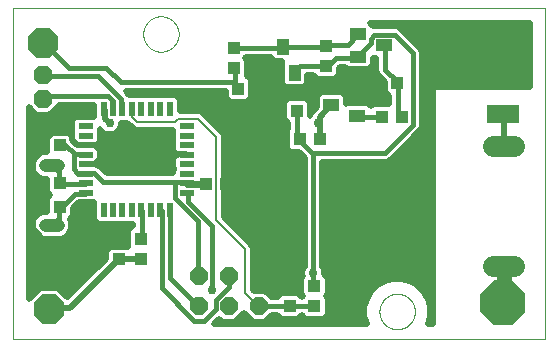
<source format=gtl>
G75*
%MOIN*%
%OFA0B0*%
%FSLAX25Y25*%
%IPPOS*%
%LPD*%
%AMOC8*
5,1,8,0,0,1.08239X$1,22.5*
%
%ADD10C,0.00000*%
%ADD11R,0.03937X0.04331*%
%ADD12R,0.04331X0.03937*%
%ADD13R,0.03937X0.05512*%
%ADD14R,0.05512X0.03937*%
%ADD15R,0.05000X0.02200*%
%ADD16R,0.02200X0.05000*%
%ADD17OC8,0.06000*%
%ADD18C,0.04400*%
%ADD19OC8,0.15000*%
%ADD20OC8,0.10000*%
%ADD21C,0.07000*%
%ADD22R,0.10630X0.06299*%
%ADD23OC8,0.06300*%
%ADD24C,0.01969*%
%ADD25C,0.02978*%
%ADD26C,0.02000*%
%ADD27C,0.01575*%
%ADD28C,0.02400*%
%ADD29C,0.00800*%
%ADD30C,0.05000*%
D10*
X0001000Y0001000D02*
X0001000Y0111236D01*
X0178165Y0111236D01*
X0178165Y0001000D01*
X0001000Y0001000D01*
X0123047Y0010055D02*
X0123049Y0010208D01*
X0123055Y0010362D01*
X0123065Y0010515D01*
X0123079Y0010667D01*
X0123097Y0010820D01*
X0123119Y0010971D01*
X0123144Y0011122D01*
X0123174Y0011273D01*
X0123208Y0011423D01*
X0123245Y0011571D01*
X0123286Y0011719D01*
X0123331Y0011865D01*
X0123380Y0012011D01*
X0123433Y0012155D01*
X0123489Y0012297D01*
X0123549Y0012438D01*
X0123613Y0012578D01*
X0123680Y0012716D01*
X0123751Y0012852D01*
X0123826Y0012986D01*
X0123903Y0013118D01*
X0123985Y0013248D01*
X0124069Y0013376D01*
X0124157Y0013502D01*
X0124248Y0013625D01*
X0124342Y0013746D01*
X0124440Y0013864D01*
X0124540Y0013980D01*
X0124644Y0014093D01*
X0124750Y0014204D01*
X0124859Y0014312D01*
X0124971Y0014417D01*
X0125085Y0014518D01*
X0125203Y0014617D01*
X0125322Y0014713D01*
X0125444Y0014806D01*
X0125569Y0014895D01*
X0125696Y0014982D01*
X0125825Y0015064D01*
X0125956Y0015144D01*
X0126089Y0015220D01*
X0126224Y0015293D01*
X0126361Y0015362D01*
X0126500Y0015427D01*
X0126640Y0015489D01*
X0126782Y0015547D01*
X0126925Y0015602D01*
X0127070Y0015653D01*
X0127216Y0015700D01*
X0127363Y0015743D01*
X0127511Y0015782D01*
X0127660Y0015818D01*
X0127810Y0015849D01*
X0127961Y0015877D01*
X0128112Y0015901D01*
X0128265Y0015921D01*
X0128417Y0015937D01*
X0128570Y0015949D01*
X0128723Y0015957D01*
X0128876Y0015961D01*
X0129030Y0015961D01*
X0129183Y0015957D01*
X0129336Y0015949D01*
X0129489Y0015937D01*
X0129641Y0015921D01*
X0129794Y0015901D01*
X0129945Y0015877D01*
X0130096Y0015849D01*
X0130246Y0015818D01*
X0130395Y0015782D01*
X0130543Y0015743D01*
X0130690Y0015700D01*
X0130836Y0015653D01*
X0130981Y0015602D01*
X0131124Y0015547D01*
X0131266Y0015489D01*
X0131406Y0015427D01*
X0131545Y0015362D01*
X0131682Y0015293D01*
X0131817Y0015220D01*
X0131950Y0015144D01*
X0132081Y0015064D01*
X0132210Y0014982D01*
X0132337Y0014895D01*
X0132462Y0014806D01*
X0132584Y0014713D01*
X0132703Y0014617D01*
X0132821Y0014518D01*
X0132935Y0014417D01*
X0133047Y0014312D01*
X0133156Y0014204D01*
X0133262Y0014093D01*
X0133366Y0013980D01*
X0133466Y0013864D01*
X0133564Y0013746D01*
X0133658Y0013625D01*
X0133749Y0013502D01*
X0133837Y0013376D01*
X0133921Y0013248D01*
X0134003Y0013118D01*
X0134080Y0012986D01*
X0134155Y0012852D01*
X0134226Y0012716D01*
X0134293Y0012578D01*
X0134357Y0012438D01*
X0134417Y0012297D01*
X0134473Y0012155D01*
X0134526Y0012011D01*
X0134575Y0011865D01*
X0134620Y0011719D01*
X0134661Y0011571D01*
X0134698Y0011423D01*
X0134732Y0011273D01*
X0134762Y0011122D01*
X0134787Y0010971D01*
X0134809Y0010820D01*
X0134827Y0010667D01*
X0134841Y0010515D01*
X0134851Y0010362D01*
X0134857Y0010208D01*
X0134859Y0010055D01*
X0134857Y0009902D01*
X0134851Y0009748D01*
X0134841Y0009595D01*
X0134827Y0009443D01*
X0134809Y0009290D01*
X0134787Y0009139D01*
X0134762Y0008988D01*
X0134732Y0008837D01*
X0134698Y0008687D01*
X0134661Y0008539D01*
X0134620Y0008391D01*
X0134575Y0008245D01*
X0134526Y0008099D01*
X0134473Y0007955D01*
X0134417Y0007813D01*
X0134357Y0007672D01*
X0134293Y0007532D01*
X0134226Y0007394D01*
X0134155Y0007258D01*
X0134080Y0007124D01*
X0134003Y0006992D01*
X0133921Y0006862D01*
X0133837Y0006734D01*
X0133749Y0006608D01*
X0133658Y0006485D01*
X0133564Y0006364D01*
X0133466Y0006246D01*
X0133366Y0006130D01*
X0133262Y0006017D01*
X0133156Y0005906D01*
X0133047Y0005798D01*
X0132935Y0005693D01*
X0132821Y0005592D01*
X0132703Y0005493D01*
X0132584Y0005397D01*
X0132462Y0005304D01*
X0132337Y0005215D01*
X0132210Y0005128D01*
X0132081Y0005046D01*
X0131950Y0004966D01*
X0131817Y0004890D01*
X0131682Y0004817D01*
X0131545Y0004748D01*
X0131406Y0004683D01*
X0131266Y0004621D01*
X0131124Y0004563D01*
X0130981Y0004508D01*
X0130836Y0004457D01*
X0130690Y0004410D01*
X0130543Y0004367D01*
X0130395Y0004328D01*
X0130246Y0004292D01*
X0130096Y0004261D01*
X0129945Y0004233D01*
X0129794Y0004209D01*
X0129641Y0004189D01*
X0129489Y0004173D01*
X0129336Y0004161D01*
X0129183Y0004153D01*
X0129030Y0004149D01*
X0128876Y0004149D01*
X0128723Y0004153D01*
X0128570Y0004161D01*
X0128417Y0004173D01*
X0128265Y0004189D01*
X0128112Y0004209D01*
X0127961Y0004233D01*
X0127810Y0004261D01*
X0127660Y0004292D01*
X0127511Y0004328D01*
X0127363Y0004367D01*
X0127216Y0004410D01*
X0127070Y0004457D01*
X0126925Y0004508D01*
X0126782Y0004563D01*
X0126640Y0004621D01*
X0126500Y0004683D01*
X0126361Y0004748D01*
X0126224Y0004817D01*
X0126089Y0004890D01*
X0125956Y0004966D01*
X0125825Y0005046D01*
X0125696Y0005128D01*
X0125569Y0005215D01*
X0125444Y0005304D01*
X0125322Y0005397D01*
X0125203Y0005493D01*
X0125085Y0005592D01*
X0124971Y0005693D01*
X0124859Y0005798D01*
X0124750Y0005906D01*
X0124644Y0006017D01*
X0124540Y0006130D01*
X0124440Y0006246D01*
X0124342Y0006364D01*
X0124248Y0006485D01*
X0124157Y0006608D01*
X0124069Y0006734D01*
X0123985Y0006862D01*
X0123903Y0006992D01*
X0123826Y0007124D01*
X0123751Y0007258D01*
X0123680Y0007394D01*
X0123613Y0007532D01*
X0123549Y0007672D01*
X0123489Y0007813D01*
X0123433Y0007955D01*
X0123380Y0008099D01*
X0123331Y0008245D01*
X0123286Y0008391D01*
X0123245Y0008539D01*
X0123208Y0008687D01*
X0123174Y0008837D01*
X0123144Y0008988D01*
X0123119Y0009139D01*
X0123097Y0009290D01*
X0123079Y0009443D01*
X0123065Y0009595D01*
X0123055Y0009748D01*
X0123049Y0009902D01*
X0123047Y0010055D01*
X0044307Y0102575D02*
X0044309Y0102728D01*
X0044315Y0102882D01*
X0044325Y0103035D01*
X0044339Y0103187D01*
X0044357Y0103340D01*
X0044379Y0103491D01*
X0044404Y0103642D01*
X0044434Y0103793D01*
X0044468Y0103943D01*
X0044505Y0104091D01*
X0044546Y0104239D01*
X0044591Y0104385D01*
X0044640Y0104531D01*
X0044693Y0104675D01*
X0044749Y0104817D01*
X0044809Y0104958D01*
X0044873Y0105098D01*
X0044940Y0105236D01*
X0045011Y0105372D01*
X0045086Y0105506D01*
X0045163Y0105638D01*
X0045245Y0105768D01*
X0045329Y0105896D01*
X0045417Y0106022D01*
X0045508Y0106145D01*
X0045602Y0106266D01*
X0045700Y0106384D01*
X0045800Y0106500D01*
X0045904Y0106613D01*
X0046010Y0106724D01*
X0046119Y0106832D01*
X0046231Y0106937D01*
X0046345Y0107038D01*
X0046463Y0107137D01*
X0046582Y0107233D01*
X0046704Y0107326D01*
X0046829Y0107415D01*
X0046956Y0107502D01*
X0047085Y0107584D01*
X0047216Y0107664D01*
X0047349Y0107740D01*
X0047484Y0107813D01*
X0047621Y0107882D01*
X0047760Y0107947D01*
X0047900Y0108009D01*
X0048042Y0108067D01*
X0048185Y0108122D01*
X0048330Y0108173D01*
X0048476Y0108220D01*
X0048623Y0108263D01*
X0048771Y0108302D01*
X0048920Y0108338D01*
X0049070Y0108369D01*
X0049221Y0108397D01*
X0049372Y0108421D01*
X0049525Y0108441D01*
X0049677Y0108457D01*
X0049830Y0108469D01*
X0049983Y0108477D01*
X0050136Y0108481D01*
X0050290Y0108481D01*
X0050443Y0108477D01*
X0050596Y0108469D01*
X0050749Y0108457D01*
X0050901Y0108441D01*
X0051054Y0108421D01*
X0051205Y0108397D01*
X0051356Y0108369D01*
X0051506Y0108338D01*
X0051655Y0108302D01*
X0051803Y0108263D01*
X0051950Y0108220D01*
X0052096Y0108173D01*
X0052241Y0108122D01*
X0052384Y0108067D01*
X0052526Y0108009D01*
X0052666Y0107947D01*
X0052805Y0107882D01*
X0052942Y0107813D01*
X0053077Y0107740D01*
X0053210Y0107664D01*
X0053341Y0107584D01*
X0053470Y0107502D01*
X0053597Y0107415D01*
X0053722Y0107326D01*
X0053844Y0107233D01*
X0053963Y0107137D01*
X0054081Y0107038D01*
X0054195Y0106937D01*
X0054307Y0106832D01*
X0054416Y0106724D01*
X0054522Y0106613D01*
X0054626Y0106500D01*
X0054726Y0106384D01*
X0054824Y0106266D01*
X0054918Y0106145D01*
X0055009Y0106022D01*
X0055097Y0105896D01*
X0055181Y0105768D01*
X0055263Y0105638D01*
X0055340Y0105506D01*
X0055415Y0105372D01*
X0055486Y0105236D01*
X0055553Y0105098D01*
X0055617Y0104958D01*
X0055677Y0104817D01*
X0055733Y0104675D01*
X0055786Y0104531D01*
X0055835Y0104385D01*
X0055880Y0104239D01*
X0055921Y0104091D01*
X0055958Y0103943D01*
X0055992Y0103793D01*
X0056022Y0103642D01*
X0056047Y0103491D01*
X0056069Y0103340D01*
X0056087Y0103187D01*
X0056101Y0103035D01*
X0056111Y0102882D01*
X0056117Y0102728D01*
X0056119Y0102575D01*
X0056117Y0102422D01*
X0056111Y0102268D01*
X0056101Y0102115D01*
X0056087Y0101963D01*
X0056069Y0101810D01*
X0056047Y0101659D01*
X0056022Y0101508D01*
X0055992Y0101357D01*
X0055958Y0101207D01*
X0055921Y0101059D01*
X0055880Y0100911D01*
X0055835Y0100765D01*
X0055786Y0100619D01*
X0055733Y0100475D01*
X0055677Y0100333D01*
X0055617Y0100192D01*
X0055553Y0100052D01*
X0055486Y0099914D01*
X0055415Y0099778D01*
X0055340Y0099644D01*
X0055263Y0099512D01*
X0055181Y0099382D01*
X0055097Y0099254D01*
X0055009Y0099128D01*
X0054918Y0099005D01*
X0054824Y0098884D01*
X0054726Y0098766D01*
X0054626Y0098650D01*
X0054522Y0098537D01*
X0054416Y0098426D01*
X0054307Y0098318D01*
X0054195Y0098213D01*
X0054081Y0098112D01*
X0053963Y0098013D01*
X0053844Y0097917D01*
X0053722Y0097824D01*
X0053597Y0097735D01*
X0053470Y0097648D01*
X0053341Y0097566D01*
X0053210Y0097486D01*
X0053077Y0097410D01*
X0052942Y0097337D01*
X0052805Y0097268D01*
X0052666Y0097203D01*
X0052526Y0097141D01*
X0052384Y0097083D01*
X0052241Y0097028D01*
X0052096Y0096977D01*
X0051950Y0096930D01*
X0051803Y0096887D01*
X0051655Y0096848D01*
X0051506Y0096812D01*
X0051356Y0096781D01*
X0051205Y0096753D01*
X0051054Y0096729D01*
X0050901Y0096709D01*
X0050749Y0096693D01*
X0050596Y0096681D01*
X0050443Y0096673D01*
X0050290Y0096669D01*
X0050136Y0096669D01*
X0049983Y0096673D01*
X0049830Y0096681D01*
X0049677Y0096693D01*
X0049525Y0096709D01*
X0049372Y0096729D01*
X0049221Y0096753D01*
X0049070Y0096781D01*
X0048920Y0096812D01*
X0048771Y0096848D01*
X0048623Y0096887D01*
X0048476Y0096930D01*
X0048330Y0096977D01*
X0048185Y0097028D01*
X0048042Y0097083D01*
X0047900Y0097141D01*
X0047760Y0097203D01*
X0047621Y0097268D01*
X0047484Y0097337D01*
X0047349Y0097410D01*
X0047216Y0097486D01*
X0047085Y0097566D01*
X0046956Y0097648D01*
X0046829Y0097735D01*
X0046704Y0097824D01*
X0046582Y0097917D01*
X0046463Y0098013D01*
X0046345Y0098112D01*
X0046231Y0098213D01*
X0046119Y0098318D01*
X0046010Y0098426D01*
X0045904Y0098537D01*
X0045800Y0098650D01*
X0045700Y0098766D01*
X0045602Y0098884D01*
X0045508Y0099005D01*
X0045417Y0099128D01*
X0045329Y0099254D01*
X0045245Y0099382D01*
X0045163Y0099512D01*
X0045086Y0099644D01*
X0045011Y0099778D01*
X0044940Y0099914D01*
X0044873Y0100052D01*
X0044809Y0100192D01*
X0044749Y0100333D01*
X0044693Y0100475D01*
X0044640Y0100619D01*
X0044591Y0100765D01*
X0044546Y0100911D01*
X0044505Y0101059D01*
X0044468Y0101207D01*
X0044434Y0101357D01*
X0044404Y0101508D01*
X0044379Y0101659D01*
X0044357Y0101810D01*
X0044339Y0101963D01*
X0044325Y0102115D01*
X0044315Y0102268D01*
X0044309Y0102422D01*
X0044307Y0102575D01*
D11*
X0076000Y0084346D03*
X0076000Y0077654D03*
X0096472Y0067457D03*
X0103165Y0067457D03*
X0123835Y0074819D03*
X0130528Y0074819D03*
X0128953Y0086394D03*
X0122260Y0086394D03*
X0093126Y0018520D03*
X0093126Y0011827D03*
D12*
X0101394Y0011827D03*
X0101394Y0018520D03*
X0071945Y0052732D03*
X0065252Y0052732D03*
X0043520Y0034268D03*
X0043520Y0027575D03*
X0036236Y0027496D03*
X0029543Y0027496D03*
X0016591Y0044858D03*
X0009898Y0044858D03*
X0009858Y0052811D03*
X0016551Y0052811D03*
X0016669Y0065724D03*
X0009976Y0065724D03*
X0074425Y0091079D03*
X0074425Y0097772D03*
X0105213Y0098559D03*
X0105213Y0091866D03*
X0095528Y0077063D03*
X0088835Y0077063D03*
D13*
X0087260Y0089701D03*
X0094740Y0089701D03*
X0091000Y0098362D03*
D14*
X0115882Y0095016D03*
X0124543Y0098756D03*
X0115882Y0102496D03*
X0115724Y0082772D03*
X0107063Y0079031D03*
X0115724Y0075291D03*
D15*
X0059002Y0071748D03*
X0059002Y0068598D03*
X0059002Y0065449D03*
X0059002Y0062299D03*
X0059002Y0059150D03*
X0059002Y0056000D03*
X0059002Y0052850D03*
X0059002Y0049701D03*
X0025202Y0049701D03*
X0025202Y0052850D03*
X0025202Y0056000D03*
X0025202Y0059150D03*
X0025202Y0062299D03*
X0025202Y0065449D03*
X0025202Y0068598D03*
X0025202Y0071748D03*
D16*
X0031079Y0077624D03*
X0034228Y0077624D03*
X0037378Y0077624D03*
X0040528Y0077624D03*
X0043677Y0077624D03*
X0046827Y0077624D03*
X0049976Y0077624D03*
X0053126Y0077624D03*
X0053126Y0043824D03*
X0049976Y0043824D03*
X0046827Y0043824D03*
X0043677Y0043824D03*
X0040528Y0043824D03*
X0037378Y0043824D03*
X0034228Y0043824D03*
X0031079Y0043824D03*
D17*
X0062890Y0021748D03*
X0072890Y0021748D03*
X0082890Y0021748D03*
X0082890Y0011748D03*
X0072890Y0011748D03*
X0062890Y0011748D03*
D18*
X0015995Y0038756D02*
X0011595Y0038756D01*
X0011595Y0058756D02*
X0015995Y0058756D01*
D19*
X0164386Y0099425D03*
X0164386Y0012811D03*
D20*
X0012811Y0010843D03*
X0010843Y0099425D03*
D21*
X0160886Y0065094D02*
X0167886Y0065094D01*
X0167886Y0025094D02*
X0160886Y0025094D01*
D22*
X0164386Y0075803D03*
X0164386Y0086827D03*
D23*
X0010843Y0088795D03*
X0010843Y0080921D03*
D24*
X0014049Y0069506D02*
X0010787Y0066244D01*
X0009976Y0065724D01*
X0009699Y0065700D01*
X0009699Y0062438D01*
X0007524Y0060263D01*
X0007524Y0055914D01*
X0009699Y0053739D01*
X0009858Y0052811D01*
X0010243Y0052652D01*
X0010243Y0045040D01*
X0009898Y0044858D01*
X0009699Y0043952D01*
X0007524Y0041778D01*
X0007524Y0037428D01*
X0017311Y0027641D01*
X0029272Y0027641D01*
X0029543Y0027496D01*
X0035797Y0027098D02*
X0036236Y0027496D01*
X0036341Y0027641D01*
X0043409Y0027641D01*
X0043520Y0027575D01*
X0035797Y0027098D02*
X0020030Y0011330D01*
X0012961Y0011330D01*
X0012811Y0010843D01*
X0071945Y0052732D02*
X0072056Y0059870D01*
X0082555Y0045040D01*
X0082555Y0022204D01*
X0082890Y0021748D01*
X0083099Y0021661D01*
X0085817Y0018942D01*
X0092885Y0018942D01*
X0093126Y0018520D01*
X0071945Y0052732D02*
X0072843Y0060563D01*
X0072843Y0068175D01*
X0075487Y0077118D01*
X0076000Y0077654D01*
X0076574Y0077118D01*
X0088536Y0077118D01*
X0088835Y0077063D01*
X0087448Y0077662D01*
X0087448Y0083099D01*
X0115177Y0083099D01*
X0115724Y0082772D01*
X0116265Y0083099D01*
X0119527Y0086361D01*
X0122245Y0086361D01*
X0122260Y0086394D01*
X0107063Y0079031D02*
X0107022Y0078749D01*
X0103216Y0074943D01*
X0103216Y0072769D01*
X0102672Y0072769D01*
X0103216Y0072769D02*
X0103216Y0067875D01*
X0103165Y0067457D01*
X0087448Y0083099D02*
X0087448Y0089623D01*
X0087260Y0089701D01*
X0059002Y0062299D02*
X0058632Y0062438D01*
X0054283Y0062438D01*
X0054283Y0057545D01*
X0054283Y0062438D02*
X0029816Y0062438D01*
X0029816Y0060807D01*
X0028185Y0059176D01*
X0025467Y0059176D01*
X0025202Y0059150D01*
X0029816Y0062438D02*
X0029816Y0064069D01*
X0028335Y0065550D01*
X0025073Y0065550D01*
X0025202Y0065449D01*
X0024379Y0065700D01*
X0022204Y0065700D01*
X0020573Y0067331D01*
X0020573Y0068419D01*
X0019486Y0069506D01*
X0014049Y0069506D01*
X0031447Y0074400D02*
X0033078Y0072769D01*
X0031447Y0074400D02*
X0031447Y0077118D01*
X0031079Y0077624D01*
X0164386Y0075803D02*
X0164654Y0075487D01*
X0164654Y0065157D01*
X0164386Y0065094D01*
X0164386Y0086827D02*
X0164654Y0086905D01*
X0164654Y0101041D01*
X0164386Y0099425D01*
D25*
X0102672Y0072769D03*
X0054283Y0057545D03*
X0033078Y0072769D03*
X0101041Y0022748D03*
X0067331Y0017311D03*
D26*
X0077463Y0008994D02*
X0078317Y0008994D01*
X0077890Y0009421D02*
X0080744Y0006567D01*
X0085036Y0006567D01*
X0087374Y0008906D01*
X0088976Y0008906D01*
X0088976Y0008758D01*
X0090254Y0007480D01*
X0095998Y0007480D01*
X0097260Y0008742D01*
X0098325Y0007677D01*
X0104462Y0007677D01*
X0105740Y0008955D01*
X0105740Y0014699D01*
X0105266Y0015173D01*
X0105740Y0015648D01*
X0105740Y0021392D01*
X0104711Y0022421D01*
X0104711Y0023478D01*
X0104152Y0024827D01*
X0104009Y0024970D01*
X0104009Y0060013D01*
X0125554Y0060013D01*
X0126645Y0060465D01*
X0127480Y0061300D01*
X0127480Y0061300D01*
X0136723Y0070543D01*
X0137175Y0071634D01*
X0137175Y0096738D01*
X0136723Y0097829D01*
X0129908Y0104645D01*
X0128816Y0105097D01*
X0120819Y0105097D01*
X0120819Y0105368D01*
X0119951Y0106236D01*
X0173165Y0106236D01*
X0173165Y0084858D01*
X0140764Y0084858D01*
X0140764Y0006000D01*
X0139156Y0006000D01*
X0139858Y0008619D01*
X0139858Y0011491D01*
X0139115Y0014264D01*
X0137679Y0016751D01*
X0135649Y0018782D01*
X0133162Y0020217D01*
X0130388Y0020961D01*
X0127517Y0020961D01*
X0124743Y0020217D01*
X0122257Y0018782D01*
X0120226Y0016751D01*
X0118790Y0014264D01*
X0118047Y0011491D01*
X0118047Y0008619D01*
X0118749Y0006000D01*
X0067830Y0006000D01*
X0069570Y0007740D01*
X0070744Y0006567D01*
X0075036Y0006567D01*
X0077890Y0009421D01*
X0080315Y0006996D02*
X0075464Y0006996D01*
X0070315Y0006996D02*
X0068826Y0006996D01*
X0080787Y0017293D02*
X0080787Y0031417D01*
X0080394Y0032366D01*
X0079668Y0033092D01*
X0079668Y0033092D01*
X0071225Y0041534D01*
X0071225Y0068708D01*
X0070832Y0069656D01*
X0070106Y0070382D01*
X0070106Y0070382D01*
X0064626Y0075862D01*
X0063900Y0076588D01*
X0062952Y0076981D01*
X0056407Y0076981D01*
X0056407Y0081028D01*
X0055129Y0082305D01*
X0039525Y0082305D01*
X0039401Y0082606D01*
X0038542Y0083465D01*
X0071850Y0083465D01*
X0071850Y0081278D01*
X0073128Y0080000D01*
X0078872Y0080000D01*
X0080150Y0081278D01*
X0080150Y0087415D01*
X0078872Y0088693D01*
X0078772Y0088693D01*
X0078772Y0093951D01*
X0078297Y0094425D01*
X0078682Y0094810D01*
X0086850Y0094810D01*
X0086850Y0094703D01*
X0088128Y0093425D01*
X0090656Y0093425D01*
X0090591Y0093360D01*
X0090591Y0086041D01*
X0091868Y0084764D01*
X0097612Y0084764D01*
X0098890Y0086041D01*
X0098890Y0088830D01*
X0101031Y0088830D01*
X0102144Y0087717D01*
X0108281Y0087717D01*
X0109559Y0088994D01*
X0109559Y0091225D01*
X0109882Y0091548D01*
X0111541Y0091548D01*
X0112223Y0090866D01*
X0119541Y0090866D01*
X0120819Y0092144D01*
X0120819Y0094671D01*
X0120884Y0094606D01*
X0121995Y0094606D01*
X0121995Y0090120D01*
X0122447Y0089029D01*
X0124803Y0086673D01*
X0124803Y0083325D01*
X0126081Y0082047D01*
X0126345Y0082047D01*
X0126345Y0079165D01*
X0120963Y0079165D01*
X0120311Y0078514D01*
X0119384Y0079441D01*
X0112065Y0079441D01*
X0112000Y0079376D01*
X0112000Y0081903D01*
X0110722Y0083181D01*
X0103404Y0083181D01*
X0102126Y0081903D01*
X0102126Y0078330D01*
X0100532Y0076736D01*
X0100050Y0075573D01*
X0100050Y0075337D01*
X0099874Y0075161D01*
X0099874Y0079935D01*
X0098596Y0081213D01*
X0092459Y0081213D01*
X0091181Y0079935D01*
X0091181Y0074191D01*
X0092459Y0072913D01*
X0092635Y0072913D01*
X0092635Y0070838D01*
X0092323Y0070525D01*
X0092323Y0064388D01*
X0093600Y0063110D01*
X0096171Y0063110D01*
X0098072Y0061209D01*
X0098072Y0024970D01*
X0097930Y0024827D01*
X0097371Y0023478D01*
X0097371Y0022018D01*
X0097460Y0021804D01*
X0097047Y0021392D01*
X0097047Y0015648D01*
X0097522Y0015173D01*
X0097260Y0014911D01*
X0095998Y0016173D01*
X0090254Y0016173D01*
X0088976Y0014896D01*
X0088976Y0014843D01*
X0087122Y0014843D01*
X0085036Y0016929D01*
X0081150Y0016929D01*
X0080787Y0017293D01*
X0081091Y0016988D02*
X0097047Y0016988D01*
X0097047Y0018987D02*
X0080787Y0018987D01*
X0080787Y0020985D02*
X0097047Y0020985D01*
X0097371Y0022984D02*
X0080787Y0022984D01*
X0080787Y0024982D02*
X0098072Y0024982D01*
X0098072Y0026981D02*
X0080787Y0026981D01*
X0080787Y0028979D02*
X0098072Y0028979D01*
X0098072Y0030978D02*
X0080787Y0030978D01*
X0079783Y0032976D02*
X0098072Y0032976D01*
X0098072Y0034975D02*
X0077785Y0034975D01*
X0075786Y0036973D02*
X0098072Y0036973D01*
X0098072Y0038972D02*
X0073788Y0038972D01*
X0071789Y0040970D02*
X0098072Y0040970D01*
X0098072Y0042969D02*
X0071225Y0042969D01*
X0071225Y0044967D02*
X0098072Y0044967D01*
X0098072Y0046966D02*
X0071225Y0046966D01*
X0071225Y0048964D02*
X0098072Y0048964D01*
X0098072Y0050963D02*
X0071225Y0050963D01*
X0071225Y0052961D02*
X0098072Y0052961D01*
X0098072Y0054960D02*
X0071225Y0054960D01*
X0071225Y0056958D02*
X0098072Y0056958D01*
X0098072Y0058957D02*
X0071225Y0058957D01*
X0071225Y0060955D02*
X0098072Y0060955D01*
X0096327Y0062954D02*
X0071225Y0062954D01*
X0071225Y0064952D02*
X0092323Y0064952D01*
X0092323Y0066951D02*
X0071225Y0066951D01*
X0071125Y0068949D02*
X0092323Y0068949D01*
X0092635Y0070948D02*
X0069540Y0070948D01*
X0067542Y0072946D02*
X0092426Y0072946D01*
X0091181Y0074945D02*
X0065543Y0074945D01*
X0064626Y0075862D02*
X0064626Y0075862D01*
X0063042Y0076943D02*
X0091181Y0076943D01*
X0091181Y0078942D02*
X0056407Y0078942D01*
X0056407Y0080940D02*
X0072188Y0080940D01*
X0071850Y0082939D02*
X0039067Y0082939D01*
X0027798Y0079043D02*
X0027798Y0075029D01*
X0021799Y0075029D01*
X0020521Y0073751D01*
X0020521Y0069091D01*
X0019738Y0069874D01*
X0013600Y0069874D01*
X0012323Y0068596D01*
X0012323Y0063137D01*
X0010724Y0063137D01*
X0009114Y0062470D01*
X0007881Y0061238D01*
X0007214Y0059627D01*
X0007214Y0057884D01*
X0007881Y0056274D01*
X0009114Y0055042D01*
X0010724Y0054375D01*
X0012205Y0054375D01*
X0012205Y0049939D01*
X0013329Y0048815D01*
X0012244Y0047730D01*
X0012244Y0043137D01*
X0010724Y0043137D01*
X0009114Y0042470D01*
X0007881Y0041238D01*
X0007214Y0039627D01*
X0007214Y0037884D01*
X0007881Y0036274D01*
X0009114Y0035042D01*
X0010724Y0034375D01*
X0016867Y0034375D01*
X0018477Y0035042D01*
X0019709Y0036274D01*
X0020376Y0037884D01*
X0020376Y0039627D01*
X0019850Y0040899D01*
X0020937Y0041986D01*
X0020937Y0044468D01*
X0022889Y0046420D01*
X0024418Y0046420D01*
X0024493Y0046393D01*
X0024981Y0046420D01*
X0027798Y0046420D01*
X0027798Y0040421D01*
X0029075Y0039143D01*
X0040984Y0039143D01*
X0040984Y0038417D01*
X0040451Y0038417D01*
X0039173Y0037140D01*
X0039173Y0031646D01*
X0033167Y0031646D01*
X0031890Y0030368D01*
X0031890Y0027667D01*
X0019016Y0014793D01*
X0015786Y0018024D01*
X0009837Y0018024D01*
X0006118Y0014305D01*
X0006118Y0078106D01*
X0008634Y0075590D01*
X0013051Y0075590D01*
X0016174Y0078713D01*
X0016174Y0079043D01*
X0027798Y0079043D01*
X0027798Y0078942D02*
X0016174Y0078942D01*
X0014404Y0076943D02*
X0027798Y0076943D01*
X0021715Y0074945D02*
X0006118Y0074945D01*
X0006118Y0076943D02*
X0007281Y0076943D01*
X0006118Y0072946D02*
X0020521Y0072946D01*
X0020521Y0070948D02*
X0006118Y0070948D01*
X0006118Y0068949D02*
X0012676Y0068949D01*
X0012323Y0066951D02*
X0006118Y0066951D01*
X0006118Y0064952D02*
X0012323Y0064952D01*
X0010282Y0062954D02*
X0006118Y0062954D01*
X0006118Y0060955D02*
X0007764Y0060955D01*
X0007214Y0058957D02*
X0006118Y0058957D01*
X0006118Y0056958D02*
X0007598Y0056958D01*
X0006118Y0054960D02*
X0009311Y0054960D01*
X0012205Y0052961D02*
X0006118Y0052961D01*
X0006118Y0050963D02*
X0012205Y0050963D01*
X0013180Y0048964D02*
X0006118Y0048964D01*
X0006118Y0046966D02*
X0012244Y0046966D01*
X0012244Y0044967D02*
X0006118Y0044967D01*
X0006118Y0042969D02*
X0010318Y0042969D01*
X0007770Y0040970D02*
X0006118Y0040970D01*
X0006118Y0038972D02*
X0007214Y0038972D01*
X0007592Y0036973D02*
X0006118Y0036973D01*
X0006118Y0034975D02*
X0009276Y0034975D01*
X0006118Y0032976D02*
X0039173Y0032976D01*
X0039173Y0034975D02*
X0018315Y0034975D01*
X0019999Y0036973D02*
X0039173Y0036973D01*
X0040984Y0038972D02*
X0020376Y0038972D01*
X0019921Y0040970D02*
X0027798Y0040970D01*
X0027798Y0042969D02*
X0020937Y0042969D01*
X0021437Y0044967D02*
X0027798Y0044967D01*
X0032133Y0056164D02*
X0030458Y0057839D01*
X0029623Y0058674D01*
X0028923Y0058964D01*
X0028737Y0059150D01*
X0029883Y0060296D01*
X0029883Y0064303D01*
X0028737Y0065449D01*
X0029883Y0066595D01*
X0029883Y0070891D01*
X0029967Y0070690D01*
X0030999Y0069657D01*
X0032348Y0069098D01*
X0033808Y0069098D01*
X0035157Y0069657D01*
X0036190Y0070690D01*
X0036748Y0072038D01*
X0036748Y0072943D01*
X0039040Y0072943D01*
X0040133Y0071850D01*
X0040859Y0071124D01*
X0041808Y0070731D01*
X0054321Y0070731D01*
X0054321Y0069745D01*
X0054321Y0063445D01*
X0055467Y0062299D01*
X0054321Y0061153D01*
X0054321Y0056164D01*
X0032133Y0056164D01*
X0031339Y0056958D02*
X0054321Y0056958D01*
X0054321Y0058957D02*
X0028940Y0058957D01*
X0029883Y0060955D02*
X0054321Y0060955D01*
X0054813Y0062954D02*
X0029883Y0062954D01*
X0029234Y0064952D02*
X0054321Y0064952D01*
X0054321Y0066951D02*
X0029883Y0066951D01*
X0029883Y0068949D02*
X0054321Y0068949D01*
X0041284Y0070948D02*
X0036297Y0070948D01*
X0078772Y0088934D02*
X0090591Y0088934D01*
X0090591Y0086936D02*
X0080150Y0086936D01*
X0080150Y0084937D02*
X0091695Y0084937D01*
X0092187Y0080940D02*
X0079812Y0080940D01*
X0080150Y0082939D02*
X0103162Y0082939D01*
X0102126Y0080940D02*
X0098868Y0080940D01*
X0099874Y0078942D02*
X0102126Y0078942D01*
X0100739Y0076943D02*
X0099874Y0076943D01*
X0110964Y0082939D02*
X0125189Y0082939D01*
X0126345Y0080940D02*
X0112000Y0080940D01*
X0119883Y0078942D02*
X0120739Y0078942D01*
X0124803Y0084937D02*
X0097786Y0084937D01*
X0098890Y0086936D02*
X0124540Y0086936D01*
X0122542Y0088934D02*
X0109499Y0088934D01*
X0109559Y0090933D02*
X0112156Y0090933D01*
X0119608Y0090933D02*
X0121995Y0090933D01*
X0121995Y0092932D02*
X0120819Y0092932D01*
X0133627Y0100926D02*
X0173165Y0100926D01*
X0173165Y0098927D02*
X0135625Y0098927D01*
X0137096Y0096929D02*
X0173165Y0096929D01*
X0173165Y0094930D02*
X0137175Y0094930D01*
X0137175Y0092932D02*
X0173165Y0092932D01*
X0173165Y0090933D02*
X0137175Y0090933D01*
X0137175Y0088934D02*
X0173165Y0088934D01*
X0173165Y0086936D02*
X0137175Y0086936D01*
X0137175Y0084937D02*
X0173165Y0084937D01*
X0173165Y0102924D02*
X0131628Y0102924D01*
X0129237Y0104923D02*
X0173165Y0104923D01*
X0140764Y0082939D02*
X0137175Y0082939D01*
X0137175Y0080940D02*
X0140764Y0080940D01*
X0140764Y0078942D02*
X0137175Y0078942D01*
X0137175Y0076943D02*
X0140764Y0076943D01*
X0140764Y0074945D02*
X0137175Y0074945D01*
X0137175Y0072946D02*
X0140764Y0072946D01*
X0140764Y0070948D02*
X0136891Y0070948D01*
X0135129Y0068949D02*
X0140764Y0068949D01*
X0140764Y0066951D02*
X0133131Y0066951D01*
X0131132Y0064952D02*
X0140764Y0064952D01*
X0140764Y0062954D02*
X0129134Y0062954D01*
X0127135Y0060955D02*
X0140764Y0060955D01*
X0140764Y0058957D02*
X0104009Y0058957D01*
X0104009Y0056958D02*
X0140764Y0056958D01*
X0140764Y0054960D02*
X0104009Y0054960D01*
X0104009Y0052961D02*
X0140764Y0052961D01*
X0140764Y0050963D02*
X0104009Y0050963D01*
X0104009Y0048964D02*
X0140764Y0048964D01*
X0140764Y0046966D02*
X0104009Y0046966D01*
X0104009Y0044967D02*
X0140764Y0044967D01*
X0140764Y0042969D02*
X0104009Y0042969D01*
X0104009Y0040970D02*
X0140764Y0040970D01*
X0140764Y0038972D02*
X0104009Y0038972D01*
X0104009Y0036973D02*
X0140764Y0036973D01*
X0140764Y0034975D02*
X0104009Y0034975D01*
X0104009Y0032976D02*
X0140764Y0032976D01*
X0140764Y0030978D02*
X0104009Y0030978D01*
X0104009Y0028979D02*
X0140764Y0028979D01*
X0140764Y0026981D02*
X0104009Y0026981D01*
X0104009Y0024982D02*
X0140764Y0024982D01*
X0140764Y0022984D02*
X0104711Y0022984D01*
X0105740Y0020985D02*
X0140764Y0020985D01*
X0140764Y0018987D02*
X0135294Y0018987D01*
X0137442Y0016988D02*
X0140764Y0016988D01*
X0140764Y0014990D02*
X0138696Y0014990D01*
X0139456Y0012991D02*
X0140764Y0012991D01*
X0140764Y0010993D02*
X0139858Y0010993D01*
X0139858Y0008994D02*
X0140764Y0008994D01*
X0140764Y0006996D02*
X0139423Y0006996D01*
X0122612Y0018987D02*
X0105740Y0018987D01*
X0105740Y0016988D02*
X0120463Y0016988D01*
X0119209Y0014990D02*
X0105449Y0014990D01*
X0105740Y0012991D02*
X0118449Y0012991D01*
X0118047Y0010993D02*
X0105740Y0010993D01*
X0105740Y0008994D02*
X0118047Y0008994D01*
X0118482Y0006996D02*
X0085464Y0006996D01*
X0086975Y0014990D02*
X0089070Y0014990D01*
X0097182Y0014990D02*
X0097338Y0014990D01*
X0032499Y0030978D02*
X0006118Y0030978D01*
X0006118Y0028979D02*
X0031890Y0028979D01*
X0031203Y0026981D02*
X0006118Y0026981D01*
X0006118Y0024982D02*
X0029205Y0024982D01*
X0027206Y0022984D02*
X0006118Y0022984D01*
X0006118Y0020985D02*
X0025208Y0020985D01*
X0023209Y0018987D02*
X0006118Y0018987D01*
X0006118Y0016988D02*
X0008801Y0016988D01*
X0006802Y0014990D02*
X0006118Y0014990D01*
X0016821Y0016988D02*
X0021211Y0016988D01*
X0019212Y0014990D02*
X0018820Y0014990D01*
X0078772Y0090933D02*
X0090591Y0090933D01*
X0090591Y0092932D02*
X0078772Y0092932D01*
D27*
X0074943Y0090711D02*
X0074425Y0091079D01*
X0075037Y0089680D01*
X0075016Y0086827D01*
X0074622Y0086433D01*
X0036827Y0086433D01*
X0032006Y0091254D01*
X0019486Y0091254D01*
X0011330Y0099410D01*
X0010843Y0099425D01*
X0010843Y0088795D02*
X0011330Y0088536D01*
X0029272Y0088536D01*
X0036884Y0080924D01*
X0036884Y0077662D01*
X0037378Y0077624D01*
X0034228Y0077624D02*
X0034166Y0077662D01*
X0034166Y0080380D01*
X0032535Y0082011D01*
X0012418Y0082011D01*
X0011330Y0080924D01*
X0010843Y0080921D01*
X0016669Y0065724D02*
X0016767Y0065700D01*
X0018398Y0065700D01*
X0021661Y0062438D01*
X0021117Y0061894D01*
X0021117Y0057545D01*
X0022598Y0056064D01*
X0025317Y0056064D01*
X0025202Y0056000D01*
X0024679Y0056157D01*
X0027941Y0056157D01*
X0030904Y0053195D01*
X0054826Y0053195D01*
X0054826Y0047758D01*
X0062438Y0040146D01*
X0062438Y0022204D01*
X0062890Y0021748D01*
X0067331Y0017311D02*
X0067331Y0038515D01*
X0059176Y0046671D01*
X0059176Y0049389D01*
X0059002Y0049701D01*
X0059002Y0052850D02*
X0058632Y0053195D01*
X0054826Y0053195D01*
X0053126Y0043824D02*
X0053195Y0043409D01*
X0053195Y0021117D01*
X0062438Y0011874D01*
X0062890Y0011748D01*
X0064613Y0006981D02*
X0068419Y0010787D01*
X0068419Y0014049D01*
X0072769Y0018398D01*
X0072769Y0021661D01*
X0072890Y0021748D01*
X0082555Y0011874D02*
X0082890Y0011748D01*
X0083643Y0011874D01*
X0092342Y0011874D01*
X0093126Y0011827D01*
X0093429Y0011874D01*
X0101041Y0011874D01*
X0101394Y0011827D01*
X0101394Y0018520D02*
X0101041Y0018942D01*
X0101041Y0022748D01*
X0101041Y0062438D01*
X0101585Y0062982D01*
X0124964Y0062982D01*
X0134207Y0072225D01*
X0134207Y0096148D01*
X0128226Y0102128D01*
X0121158Y0102128D01*
X0120070Y0101041D01*
X0120070Y0099410D01*
X0116265Y0095604D01*
X0115882Y0095016D01*
X0115721Y0094517D01*
X0108653Y0094517D01*
X0105934Y0091798D01*
X0105213Y0091866D01*
X0104847Y0091798D01*
X0096691Y0091798D01*
X0095060Y0090167D01*
X0094740Y0089701D01*
X0091798Y0098322D02*
X0091000Y0098362D01*
X0090711Y0098322D01*
X0090167Y0097779D01*
X0074943Y0097779D01*
X0074425Y0097772D01*
X0074943Y0090711D02*
X0074943Y0085274D01*
X0075487Y0084730D01*
X0076000Y0084346D01*
X0095528Y0077063D02*
X0095604Y0076574D01*
X0095604Y0068419D01*
X0096148Y0067875D01*
X0096472Y0067457D01*
X0096691Y0066788D01*
X0101041Y0062438D01*
X0115724Y0075291D02*
X0116265Y0074943D01*
X0123333Y0074943D01*
X0123835Y0074819D01*
X0129313Y0076031D02*
X0130401Y0074943D01*
X0130528Y0074819D01*
X0129313Y0076031D02*
X0129313Y0086361D01*
X0128953Y0086394D01*
X0128770Y0086905D01*
X0124964Y0090711D01*
X0124964Y0098322D01*
X0124543Y0098756D01*
X0115882Y0102496D02*
X0115721Y0102128D01*
X0112459Y0098866D01*
X0105391Y0098866D01*
X0105213Y0098559D01*
X0104847Y0098322D01*
X0091798Y0098322D01*
X0040528Y0077624D02*
X0040690Y0077118D01*
X0025202Y0062299D02*
X0024923Y0062438D01*
X0021661Y0062438D01*
X0016224Y0056457D02*
X0014049Y0058632D01*
X0013795Y0058756D01*
X0016224Y0056457D02*
X0016224Y0053195D01*
X0016551Y0052811D01*
X0017311Y0052652D01*
X0024923Y0052652D01*
X0025202Y0052850D01*
X0025202Y0049701D02*
X0024923Y0049389D01*
X0021661Y0049389D01*
X0017311Y0045040D01*
X0016591Y0044858D01*
X0016224Y0044496D01*
X0016224Y0041234D01*
X0014049Y0039059D01*
X0013795Y0038756D01*
X0043520Y0034268D02*
X0043952Y0034709D01*
X0043952Y0043409D01*
X0043677Y0043824D01*
X0049976Y0043824D02*
X0050477Y0043409D01*
X0050477Y0017855D01*
X0061351Y0006981D01*
X0064613Y0006981D01*
X0164386Y0012811D02*
X0164654Y0011330D01*
X0164654Y0024923D02*
X0164386Y0025094D01*
D28*
X0065252Y0052732D02*
X0059002Y0052732D01*
X0059002Y0052850D01*
D29*
X0068644Y0040465D02*
X0078206Y0030904D01*
X0078206Y0016224D01*
X0082555Y0011874D01*
X0068644Y0040465D02*
X0068644Y0068194D01*
X0062438Y0074400D01*
X0055914Y0074400D01*
X0054826Y0073312D01*
X0042321Y0073312D01*
X0040690Y0074943D01*
X0040690Y0077118D01*
D30*
X0164654Y0024923D02*
X0164654Y0011330D01*
M02*

</source>
